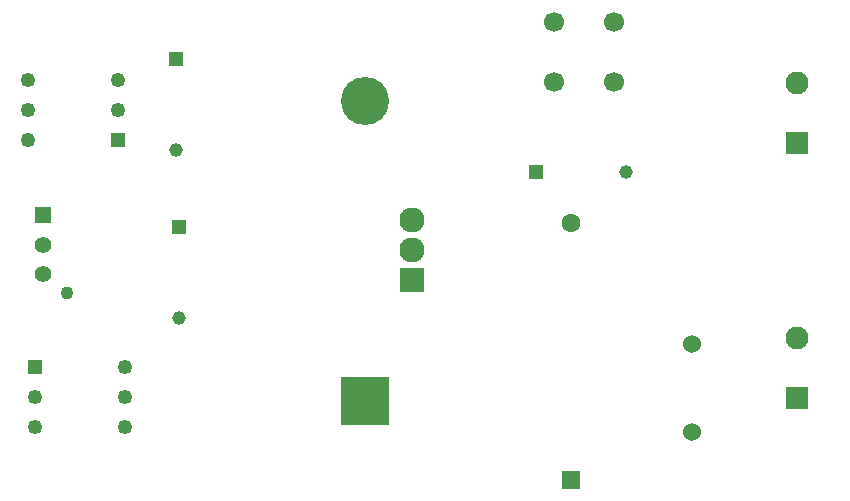
<source format=gbs>
G04*
G04 #@! TF.GenerationSoftware,Altium Limited,Altium Designer,24.1.2 (44)*
G04*
G04 Layer_Color=16711935*
%FSLAX44Y44*%
%MOMM*%
G71*
G04*
G04 #@! TF.SameCoordinates,BD0B943F-0E77-4E2A-8F04-F263FF0033BB*
G04*
G04*
G04 #@! TF.FilePolarity,Negative*
G04*
G01*
G75*
%ADD15C,1.9500*%
%ADD16R,1.9500X1.9500*%
%ADD17C,0.1500*%
%ADD18R,1.2500X1.2500*%
%ADD19C,1.2500*%
%ADD20R,4.0700X4.0700*%
%ADD21C,4.0700*%
%ADD22C,1.2500*%
%ADD23R,1.2500X1.2500*%
%ADD24R,1.6002X1.6002*%
%ADD25C,1.6002*%
%ADD26C,1.7000*%
%ADD27R,1.4000X1.4000*%
%ADD28C,1.4000*%
%ADD29C,1.1000*%
%ADD30R,1.1500X1.1500*%
%ADD31C,1.1500*%
%ADD32R,1.1500X1.1500*%
%ADD33R,2.1300X2.1300*%
%ADD34C,2.1300*%
%ADD35C,1.5310*%
D15*
X669290Y146050D02*
D03*
Y361950D02*
D03*
D16*
Y95250D02*
D03*
Y311150D02*
D03*
D17*
X696305Y28187D02*
D03*
Y410210D02*
D03*
X28285Y28187D02*
D03*
Y410210D02*
D03*
D18*
X93980Y313690D02*
D03*
D19*
Y339090D02*
D03*
Y364490D02*
D03*
X17780D02*
D03*
Y339090D02*
D03*
Y313690D02*
D03*
D20*
X303530Y92710D02*
D03*
D21*
Y346710D02*
D03*
D22*
X100330Y121920D02*
D03*
Y96520D02*
D03*
Y71120D02*
D03*
X24130D02*
D03*
Y96520D02*
D03*
D23*
Y121920D02*
D03*
D24*
X477520Y26416D02*
D03*
D25*
Y243840D02*
D03*
D26*
X514450Y363120D02*
D03*
Y414120D02*
D03*
X463450D02*
D03*
Y363120D02*
D03*
D27*
X30699Y250338D02*
D03*
D28*
Y225338D02*
D03*
Y200338D02*
D03*
D29*
X50699Y184338D02*
D03*
D30*
X146050Y240280D02*
D03*
X143510Y382520D02*
D03*
D31*
X146050Y163580D02*
D03*
X524510Y287020D02*
D03*
X143510Y305820D02*
D03*
D32*
X447810Y287020D02*
D03*
D33*
X342900Y195480D02*
D03*
D34*
Y220980D02*
D03*
Y246480D02*
D03*
D35*
X580390Y141640D02*
D03*
Y66640D02*
D03*
M02*

</source>
